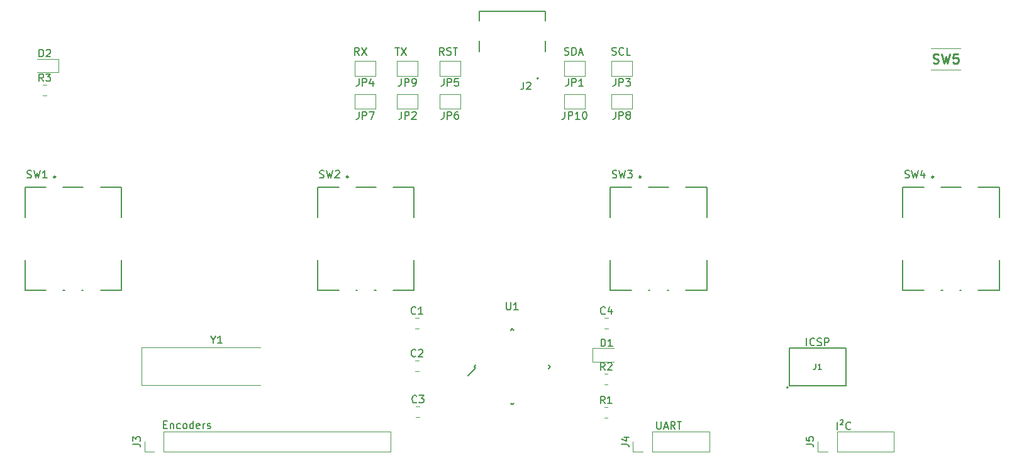
<source format=gbr>
%TF.GenerationSoftware,KiCad,Pcbnew,(5.1.10)-1*%
%TF.CreationDate,2021-08-23T16:24:53+02:00*%
%TF.ProjectId,Console,436f6e73-6f6c-4652-9e6b-696361645f70,v01*%
%TF.SameCoordinates,Original*%
%TF.FileFunction,Legend,Top*%
%TF.FilePolarity,Positive*%
%FSLAX46Y46*%
G04 Gerber Fmt 4.6, Leading zero omitted, Abs format (unit mm)*
G04 Created by KiCad (PCBNEW (5.1.10)-1) date 2021-08-23 16:24:53*
%MOMM*%
%LPD*%
G01*
G04 APERTURE LIST*
%ADD10C,0.150000*%
%ADD11C,0.120000*%
%ADD12C,0.127000*%
%ADD13C,0.200000*%
%ADD14C,0.100000*%
%ADD15C,0.250000*%
%ADD16C,0.254000*%
G04 APERTURE END LIST*
D10*
X99315642Y-120832571D02*
X99648976Y-120832571D01*
X99791833Y-121356380D02*
X99315642Y-121356380D01*
X99315642Y-120356380D01*
X99791833Y-120356380D01*
X100220404Y-120689714D02*
X100220404Y-121356380D01*
X100220404Y-120784952D02*
X100268023Y-120737333D01*
X100363261Y-120689714D01*
X100506119Y-120689714D01*
X100601357Y-120737333D01*
X100648976Y-120832571D01*
X100648976Y-121356380D01*
X101553738Y-121308761D02*
X101458500Y-121356380D01*
X101268023Y-121356380D01*
X101172785Y-121308761D01*
X101125166Y-121261142D01*
X101077547Y-121165904D01*
X101077547Y-120880190D01*
X101125166Y-120784952D01*
X101172785Y-120737333D01*
X101268023Y-120689714D01*
X101458500Y-120689714D01*
X101553738Y-120737333D01*
X102125166Y-121356380D02*
X102029928Y-121308761D01*
X101982309Y-121261142D01*
X101934690Y-121165904D01*
X101934690Y-120880190D01*
X101982309Y-120784952D01*
X102029928Y-120737333D01*
X102125166Y-120689714D01*
X102268023Y-120689714D01*
X102363261Y-120737333D01*
X102410880Y-120784952D01*
X102458499Y-120880190D01*
X102458499Y-121165904D01*
X102410880Y-121261142D01*
X102363261Y-121308761D01*
X102268023Y-121356380D01*
X102125166Y-121356380D01*
X103315642Y-121356380D02*
X103315642Y-120356380D01*
X103315642Y-121308761D02*
X103220404Y-121356380D01*
X103029928Y-121356380D01*
X102934690Y-121308761D01*
X102887071Y-121261142D01*
X102839452Y-121165904D01*
X102839452Y-120880190D01*
X102887071Y-120784952D01*
X102934690Y-120737333D01*
X103029928Y-120689714D01*
X103220404Y-120689714D01*
X103315642Y-120737333D01*
X104172785Y-121308761D02*
X104077547Y-121356380D01*
X103887071Y-121356380D01*
X103791833Y-121308761D01*
X103744214Y-121213523D01*
X103744214Y-120832571D01*
X103791833Y-120737333D01*
X103887071Y-120689714D01*
X104077547Y-120689714D01*
X104172785Y-120737333D01*
X104220404Y-120832571D01*
X104220404Y-120927809D01*
X103744214Y-121023047D01*
X104648976Y-121356380D02*
X104648976Y-120689714D01*
X104648976Y-120880190D02*
X104696595Y-120784952D01*
X104744214Y-120737333D01*
X104839452Y-120689714D01*
X104934690Y-120689714D01*
X105220404Y-121308761D02*
X105315642Y-121356380D01*
X105506119Y-121356380D01*
X105601357Y-121308761D01*
X105648976Y-121213523D01*
X105648976Y-121165904D01*
X105601357Y-121070666D01*
X105506119Y-121023047D01*
X105363261Y-121023047D01*
X105268023Y-120975428D01*
X105220404Y-120880190D01*
X105220404Y-120832571D01*
X105268023Y-120737333D01*
X105363261Y-120689714D01*
X105506119Y-120689714D01*
X105601357Y-120737333D01*
X165694261Y-120419880D02*
X165694261Y-121229404D01*
X165741880Y-121324642D01*
X165789500Y-121372261D01*
X165884738Y-121419880D01*
X166075214Y-121419880D01*
X166170452Y-121372261D01*
X166218071Y-121324642D01*
X166265690Y-121229404D01*
X166265690Y-120419880D01*
X166694261Y-121134166D02*
X167170452Y-121134166D01*
X166599023Y-121419880D02*
X166932357Y-120419880D01*
X167265690Y-121419880D01*
X168170452Y-121419880D02*
X167837119Y-120943690D01*
X167599023Y-121419880D02*
X167599023Y-120419880D01*
X167979976Y-120419880D01*
X168075214Y-120467500D01*
X168122833Y-120515119D01*
X168170452Y-120610357D01*
X168170452Y-120753214D01*
X168122833Y-120848452D01*
X168075214Y-120896071D01*
X167979976Y-120943690D01*
X167599023Y-120943690D01*
X168456166Y-120419880D02*
X169027595Y-120419880D01*
X168741880Y-121419880D02*
X168741880Y-120419880D01*
X189967047Y-121483380D02*
X189967047Y-120483380D01*
X190395619Y-120245285D02*
X190490857Y-120197666D01*
X190633714Y-120197666D01*
X190728952Y-120245285D01*
X190776571Y-120340523D01*
X190776571Y-120435761D01*
X190728952Y-120531000D01*
X190395619Y-120864333D01*
X190776571Y-120864333D01*
X191776571Y-121388142D02*
X191728952Y-121435761D01*
X191586095Y-121483380D01*
X191490857Y-121483380D01*
X191348000Y-121435761D01*
X191252761Y-121340523D01*
X191205142Y-121245285D01*
X191157523Y-121054809D01*
X191157523Y-120911952D01*
X191205142Y-120721476D01*
X191252761Y-120626238D01*
X191348000Y-120531000D01*
X191490857Y-120483380D01*
X191586095Y-120483380D01*
X191728952Y-120531000D01*
X191776571Y-120578619D01*
X137069580Y-71013580D02*
X136736247Y-70537390D01*
X136498152Y-71013580D02*
X136498152Y-70013580D01*
X136879104Y-70013580D01*
X136974342Y-70061200D01*
X137021961Y-70108819D01*
X137069580Y-70204057D01*
X137069580Y-70346914D01*
X137021961Y-70442152D01*
X136974342Y-70489771D01*
X136879104Y-70537390D01*
X136498152Y-70537390D01*
X137450533Y-70965961D02*
X137593390Y-71013580D01*
X137831485Y-71013580D01*
X137926723Y-70965961D01*
X137974342Y-70918342D01*
X138021961Y-70823104D01*
X138021961Y-70727866D01*
X137974342Y-70632628D01*
X137926723Y-70585009D01*
X137831485Y-70537390D01*
X137641009Y-70489771D01*
X137545771Y-70442152D01*
X137498152Y-70394533D01*
X137450533Y-70299295D01*
X137450533Y-70204057D01*
X137498152Y-70108819D01*
X137545771Y-70061200D01*
X137641009Y-70013580D01*
X137879104Y-70013580D01*
X138021961Y-70061200D01*
X138307676Y-70013580D02*
X138879104Y-70013580D01*
X138593390Y-71013580D02*
X138593390Y-70013580D01*
X130505295Y-70013580D02*
X131076723Y-70013580D01*
X130791009Y-71013580D02*
X130791009Y-70013580D01*
X131314819Y-70013580D02*
X131981485Y-71013580D01*
X131981485Y-70013580D02*
X131314819Y-71013580D01*
X125639533Y-71013580D02*
X125306200Y-70537390D01*
X125068104Y-71013580D02*
X125068104Y-70013580D01*
X125449057Y-70013580D01*
X125544295Y-70061200D01*
X125591914Y-70108819D01*
X125639533Y-70204057D01*
X125639533Y-70346914D01*
X125591914Y-70442152D01*
X125544295Y-70489771D01*
X125449057Y-70537390D01*
X125068104Y-70537390D01*
X125972866Y-70013580D02*
X126639533Y-71013580D01*
X126639533Y-70013580D02*
X125972866Y-71013580D01*
X159667723Y-70965961D02*
X159810580Y-71013580D01*
X160048676Y-71013580D01*
X160143914Y-70965961D01*
X160191533Y-70918342D01*
X160239152Y-70823104D01*
X160239152Y-70727866D01*
X160191533Y-70632628D01*
X160143914Y-70585009D01*
X160048676Y-70537390D01*
X159858200Y-70489771D01*
X159762961Y-70442152D01*
X159715342Y-70394533D01*
X159667723Y-70299295D01*
X159667723Y-70204057D01*
X159715342Y-70108819D01*
X159762961Y-70061200D01*
X159858200Y-70013580D01*
X160096295Y-70013580D01*
X160239152Y-70061200D01*
X161239152Y-70918342D02*
X161191533Y-70965961D01*
X161048676Y-71013580D01*
X160953438Y-71013580D01*
X160810580Y-70965961D01*
X160715342Y-70870723D01*
X160667723Y-70775485D01*
X160620104Y-70585009D01*
X160620104Y-70442152D01*
X160667723Y-70251676D01*
X160715342Y-70156438D01*
X160810580Y-70061200D01*
X160953438Y-70013580D01*
X161048676Y-70013580D01*
X161191533Y-70061200D01*
X161239152Y-70108819D01*
X162143914Y-71013580D02*
X161667723Y-71013580D01*
X161667723Y-70013580D01*
X153293914Y-70965961D02*
X153436771Y-71013580D01*
X153674866Y-71013580D01*
X153770104Y-70965961D01*
X153817723Y-70918342D01*
X153865342Y-70823104D01*
X153865342Y-70727866D01*
X153817723Y-70632628D01*
X153770104Y-70585009D01*
X153674866Y-70537390D01*
X153484390Y-70489771D01*
X153389152Y-70442152D01*
X153341533Y-70394533D01*
X153293914Y-70299295D01*
X153293914Y-70204057D01*
X153341533Y-70108819D01*
X153389152Y-70061200D01*
X153484390Y-70013580D01*
X153722485Y-70013580D01*
X153865342Y-70061200D01*
X154293914Y-71013580D02*
X154293914Y-70013580D01*
X154532009Y-70013580D01*
X154674866Y-70061200D01*
X154770104Y-70156438D01*
X154817723Y-70251676D01*
X154865342Y-70442152D01*
X154865342Y-70585009D01*
X154817723Y-70775485D01*
X154770104Y-70870723D01*
X154674866Y-70965961D01*
X154532009Y-71013580D01*
X154293914Y-71013580D01*
X155246295Y-70727866D02*
X155722485Y-70727866D01*
X155151057Y-71013580D02*
X155484390Y-70013580D01*
X155817723Y-71013580D01*
D11*
%TO.C,C1*%
X133152748Y-107923000D02*
X133675252Y-107923000D01*
X133152748Y-106453000D02*
X133675252Y-106453000D01*
%TO.C,JP8*%
X159585000Y-76292200D02*
X162385000Y-76292200D01*
X162385000Y-76292200D02*
X162385000Y-78292200D01*
X162385000Y-78292200D02*
X159585000Y-78292200D01*
X159585000Y-78292200D02*
X159585000Y-76292200D01*
D12*
%TO.C,J1*%
X183546000Y-110490000D02*
X191166000Y-110490000D01*
X191166000Y-110490000D02*
X191166000Y-115570000D01*
X191166000Y-115570000D02*
X183546000Y-115570000D01*
X183546000Y-115570000D02*
X183546000Y-110490000D01*
D13*
X183392000Y-115824000D02*
G75*
G03*
X183392000Y-115824000I-100000J0D01*
G01*
D11*
%TO.C,C2*%
X133152748Y-112169000D02*
X133675252Y-112169000D01*
X133152748Y-113639000D02*
X133675252Y-113639000D01*
D14*
%TO.C,SW5*%
X202644000Y-70114500D02*
X206544000Y-70114500D01*
X202644000Y-73014500D02*
X206544000Y-73014500D01*
D11*
%TO.C,R2*%
X158649936Y-115417000D02*
X159104064Y-115417000D01*
X158649936Y-113947000D02*
X159104064Y-113947000D01*
%TO.C,J4*%
X172780000Y-124456000D02*
X172780000Y-121796000D01*
X165100000Y-124456000D02*
X172780000Y-124456000D01*
X165100000Y-121796000D02*
X172780000Y-121796000D01*
X165100000Y-124456000D02*
X165100000Y-121796000D01*
X163830000Y-124456000D02*
X162500000Y-124456000D01*
X162500000Y-124456000D02*
X162500000Y-123126000D01*
%TO.C,JP1*%
X156035000Y-71847200D02*
X156035000Y-73847200D01*
X153235000Y-71847200D02*
X156035000Y-71847200D01*
X153235000Y-73847200D02*
X153235000Y-71847200D01*
X156035000Y-73847200D02*
X153235000Y-73847200D01*
%TO.C,JP3*%
X162385000Y-73847200D02*
X159585000Y-73847200D01*
X159585000Y-73847200D02*
X159585000Y-71847200D01*
X159585000Y-71847200D02*
X162385000Y-71847200D01*
X162385000Y-71847200D02*
X162385000Y-73847200D01*
%TO.C,JP10*%
X153235000Y-76292200D02*
X156035000Y-76292200D01*
X156035000Y-76292200D02*
X156035000Y-78292200D01*
X156035000Y-78292200D02*
X153235000Y-78292200D01*
X153235000Y-78292200D02*
X153235000Y-76292200D01*
%TO.C,JP2*%
X130756000Y-78292200D02*
X130756000Y-76292200D01*
X133556000Y-78292200D02*
X130756000Y-78292200D01*
X133556000Y-76292200D02*
X133556000Y-78292200D01*
X130756000Y-76292200D02*
X133556000Y-76292200D01*
%TO.C,JP9*%
X133541000Y-71847200D02*
X133541000Y-73847200D01*
X130741000Y-71847200D02*
X133541000Y-71847200D01*
X130741000Y-73847200D02*
X130741000Y-71847200D01*
X133541000Y-73847200D02*
X130741000Y-73847200D01*
%TO.C,D1*%
X157055000Y-112352000D02*
X159940000Y-112352000D01*
X157055000Y-110532000D02*
X157055000Y-112352000D01*
X159940000Y-110532000D02*
X157055000Y-110532000D01*
%TO.C,J3*%
X129887000Y-124456000D02*
X129887000Y-121796000D01*
X99347000Y-124456000D02*
X129887000Y-124456000D01*
X99347000Y-121796000D02*
X129887000Y-121796000D01*
X99347000Y-124456000D02*
X99347000Y-121796000D01*
X98077000Y-124456000D02*
X96747000Y-124456000D01*
X96747000Y-124456000D02*
X96747000Y-123126000D01*
%TO.C,J5*%
X197639000Y-124456000D02*
X197639000Y-121796000D01*
X189959000Y-124456000D02*
X197639000Y-124456000D01*
X189959000Y-121796000D02*
X197639000Y-121796000D01*
X189959000Y-124456000D02*
X189959000Y-121796000D01*
X188689000Y-124456000D02*
X187359000Y-124456000D01*
X187359000Y-124456000D02*
X187359000Y-123126000D01*
D10*
%TO.C,SW1*%
X80655000Y-88823800D02*
X83505000Y-88823800D01*
X85805000Y-88823800D02*
X88505000Y-88823800D01*
X90805000Y-88823800D02*
X93655000Y-88823800D01*
X93655000Y-102723800D02*
X93655000Y-98648800D01*
X93655000Y-92898800D02*
X93655000Y-88823800D01*
X80655000Y-102723800D02*
X83505000Y-102723800D01*
X85805000Y-102723800D02*
X86005000Y-102723800D01*
X88305000Y-102723800D02*
X88505000Y-102723800D01*
X90805000Y-102723800D02*
X93655000Y-102723800D01*
X80655000Y-102723800D02*
X80655000Y-98648800D01*
X80655000Y-92898800D02*
X80655000Y-88823800D01*
D15*
X84780000Y-87448800D02*
G75*
G03*
X84780000Y-87448800I-125000J0D01*
G01*
D11*
%TO.C,Y1*%
X112359000Y-110416000D02*
X96384000Y-110416000D01*
X96384000Y-110416000D02*
X96384000Y-115516000D01*
X96384000Y-115516000D02*
X112359000Y-115516000D01*
D12*
%TO.C,J2*%
X150723000Y-70577200D02*
X150723000Y-69137200D01*
X141783000Y-70577200D02*
X141783000Y-69137200D01*
X141783000Y-66397200D02*
X141783000Y-65167200D01*
X141783000Y-65167200D02*
X150723000Y-65167200D01*
X150723000Y-65167200D02*
X150723000Y-66397200D01*
D13*
X149753000Y-74167200D02*
G75*
G03*
X149753000Y-74167200I-100000J0D01*
G01*
D11*
%TO.C,C3*%
X133278748Y-119861000D02*
X133801252Y-119861000D01*
X133278748Y-118391000D02*
X133801252Y-118391000D01*
%TO.C,JP4*%
X125041000Y-71847200D02*
X127841000Y-71847200D01*
X127841000Y-71847200D02*
X127841000Y-73847200D01*
X127841000Y-73847200D02*
X125041000Y-73847200D01*
X125041000Y-73847200D02*
X125041000Y-71847200D01*
%TO.C,R1*%
X158649936Y-119925000D02*
X159104064Y-119925000D01*
X158649936Y-118455000D02*
X159104064Y-118455000D01*
%TO.C,JP5*%
X139271000Y-71847200D02*
X139271000Y-73847200D01*
X136471000Y-71847200D02*
X139271000Y-71847200D01*
X136471000Y-73847200D02*
X136471000Y-71847200D01*
X139271000Y-73847200D02*
X136471000Y-73847200D01*
%TO.C,JP6*%
X136471000Y-76292200D02*
X139271000Y-76292200D01*
X139271000Y-76292200D02*
X139271000Y-78292200D01*
X139271000Y-78292200D02*
X136471000Y-78292200D01*
X136471000Y-78292200D02*
X136471000Y-76292200D01*
%TO.C,JP7*%
X127841000Y-78292200D02*
X125041000Y-78292200D01*
X125041000Y-78292200D02*
X125041000Y-76292200D01*
X125041000Y-76292200D02*
X127841000Y-76292200D01*
X127841000Y-76292200D02*
X127841000Y-78292200D01*
D10*
%TO.C,U1*%
X141113476Y-113030000D02*
X141272575Y-113189099D01*
X146240000Y-107903476D02*
X146469810Y-108133286D01*
X151366524Y-113030000D02*
X151136714Y-112800190D01*
X146240000Y-118156524D02*
X146010190Y-117926714D01*
X141113476Y-113030000D02*
X141343286Y-112800190D01*
X146240000Y-118156524D02*
X146469810Y-117926714D01*
X151366524Y-113030000D02*
X151136714Y-113259810D01*
X146240000Y-107903476D02*
X146010190Y-108133286D01*
X141272575Y-113189099D02*
X140264948Y-114196726D01*
D15*
%TO.C,SW2*%
X124170000Y-87448800D02*
G75*
G03*
X124170000Y-87448800I-125000J0D01*
G01*
D10*
X120045000Y-92898800D02*
X120045000Y-88823800D01*
X120045000Y-102723800D02*
X120045000Y-98648800D01*
X130195000Y-102723800D02*
X133045000Y-102723800D01*
X127695000Y-102723800D02*
X127895000Y-102723800D01*
X125195000Y-102723800D02*
X125395000Y-102723800D01*
X120045000Y-102723800D02*
X122895000Y-102723800D01*
X133045000Y-92898800D02*
X133045000Y-88823800D01*
X133045000Y-102723800D02*
X133045000Y-98648800D01*
X130195000Y-88823800D02*
X133045000Y-88823800D01*
X125195000Y-88823800D02*
X127895000Y-88823800D01*
X120045000Y-88823800D02*
X122895000Y-88823800D01*
D11*
%TO.C,D2*%
X82314000Y-73363500D02*
X85199000Y-73363500D01*
X85199000Y-73363500D02*
X85199000Y-71543500D01*
X85199000Y-71543500D02*
X82314000Y-71543500D01*
%TO.C,R3*%
X83541064Y-76490500D02*
X83086936Y-76490500D01*
X83541064Y-75020500D02*
X83086936Y-75020500D01*
D10*
%TO.C,SW3*%
X159436000Y-88823800D02*
X162286000Y-88823800D01*
X164586000Y-88823800D02*
X167286000Y-88823800D01*
X169586000Y-88823800D02*
X172436000Y-88823800D01*
X172436000Y-102723800D02*
X172436000Y-98648800D01*
X172436000Y-92898800D02*
X172436000Y-88823800D01*
X159436000Y-102723800D02*
X162286000Y-102723800D01*
X164586000Y-102723800D02*
X164786000Y-102723800D01*
X167086000Y-102723800D02*
X167286000Y-102723800D01*
X169586000Y-102723800D02*
X172436000Y-102723800D01*
X159436000Y-102723800D02*
X159436000Y-98648800D01*
X159436000Y-92898800D02*
X159436000Y-88823800D01*
D15*
X163561000Y-87448800D02*
G75*
G03*
X163561000Y-87448800I-125000J0D01*
G01*
%TO.C,SW4*%
X202951000Y-87448800D02*
G75*
G03*
X202951000Y-87448800I-125000J0D01*
G01*
D10*
X198826000Y-92898800D02*
X198826000Y-88823800D01*
X198826000Y-102723800D02*
X198826000Y-98648800D01*
X208976000Y-102723800D02*
X211826000Y-102723800D01*
X206476000Y-102723800D02*
X206676000Y-102723800D01*
X203976000Y-102723800D02*
X204176000Y-102723800D01*
X198826000Y-102723800D02*
X201676000Y-102723800D01*
X211826000Y-92898800D02*
X211826000Y-88823800D01*
X211826000Y-102723800D02*
X211826000Y-98648800D01*
X208976000Y-88823800D02*
X211826000Y-88823800D01*
X203976000Y-88823800D02*
X206676000Y-88823800D01*
X198826000Y-88823800D02*
X201676000Y-88823800D01*
D11*
%TO.C,C4*%
X158657748Y-106453000D02*
X159180252Y-106453000D01*
X158657748Y-107923000D02*
X159180252Y-107923000D01*
%TO.C,C1*%
D10*
X133247333Y-105865142D02*
X133199714Y-105912761D01*
X133056857Y-105960380D01*
X132961619Y-105960380D01*
X132818761Y-105912761D01*
X132723523Y-105817523D01*
X132675904Y-105722285D01*
X132628285Y-105531809D01*
X132628285Y-105388952D01*
X132675904Y-105198476D01*
X132723523Y-105103238D01*
X132818761Y-105008000D01*
X132961619Y-104960380D01*
X133056857Y-104960380D01*
X133199714Y-105008000D01*
X133247333Y-105055619D01*
X134199714Y-105960380D02*
X133628285Y-105960380D01*
X133914000Y-105960380D02*
X133914000Y-104960380D01*
X133818761Y-105103238D01*
X133723523Y-105198476D01*
X133628285Y-105246095D01*
%TO.C,JP8*%
X160151666Y-78649580D02*
X160151666Y-79363866D01*
X160104047Y-79506723D01*
X160008809Y-79601961D01*
X159865952Y-79649580D01*
X159770714Y-79649580D01*
X160627857Y-79649580D02*
X160627857Y-78649580D01*
X161008809Y-78649580D01*
X161104047Y-78697200D01*
X161151666Y-78744819D01*
X161199285Y-78840057D01*
X161199285Y-78982914D01*
X161151666Y-79078152D01*
X161104047Y-79125771D01*
X161008809Y-79173390D01*
X160627857Y-79173390D01*
X161770714Y-79078152D02*
X161675476Y-79030533D01*
X161627857Y-78982914D01*
X161580238Y-78887676D01*
X161580238Y-78840057D01*
X161627857Y-78744819D01*
X161675476Y-78697200D01*
X161770714Y-78649580D01*
X161961190Y-78649580D01*
X162056428Y-78697200D01*
X162104047Y-78744819D01*
X162151666Y-78840057D01*
X162151666Y-78887676D01*
X162104047Y-78982914D01*
X162056428Y-79030533D01*
X161961190Y-79078152D01*
X161770714Y-79078152D01*
X161675476Y-79125771D01*
X161627857Y-79173390D01*
X161580238Y-79268628D01*
X161580238Y-79459104D01*
X161627857Y-79554342D01*
X161675476Y-79601961D01*
X161770714Y-79649580D01*
X161961190Y-79649580D01*
X162056428Y-79601961D01*
X162104047Y-79554342D01*
X162151666Y-79459104D01*
X162151666Y-79268628D01*
X162104047Y-79173390D01*
X162056428Y-79125771D01*
X161961190Y-79078152D01*
%TO.C,J1*%
X187093532Y-112598803D02*
X187093532Y-113161233D01*
X187056037Y-113273719D01*
X186981046Y-113348710D01*
X186868560Y-113386205D01*
X186793570Y-113386205D01*
X187880934Y-113386205D02*
X187430990Y-113386205D01*
X187655962Y-113386205D02*
X187655962Y-112598803D01*
X187580972Y-112711289D01*
X187505981Y-112786280D01*
X187430990Y-112823775D01*
X185879809Y-110180380D02*
X185879809Y-109180380D01*
X186927428Y-110085142D02*
X186879809Y-110132761D01*
X186736952Y-110180380D01*
X186641714Y-110180380D01*
X186498857Y-110132761D01*
X186403619Y-110037523D01*
X186356000Y-109942285D01*
X186308380Y-109751809D01*
X186308380Y-109608952D01*
X186356000Y-109418476D01*
X186403619Y-109323238D01*
X186498857Y-109228000D01*
X186641714Y-109180380D01*
X186736952Y-109180380D01*
X186879809Y-109228000D01*
X186927428Y-109275619D01*
X187308380Y-110132761D02*
X187451238Y-110180380D01*
X187689333Y-110180380D01*
X187784571Y-110132761D01*
X187832190Y-110085142D01*
X187879809Y-109989904D01*
X187879809Y-109894666D01*
X187832190Y-109799428D01*
X187784571Y-109751809D01*
X187689333Y-109704190D01*
X187498857Y-109656571D01*
X187403619Y-109608952D01*
X187356000Y-109561333D01*
X187308380Y-109466095D01*
X187308380Y-109370857D01*
X187356000Y-109275619D01*
X187403619Y-109228000D01*
X187498857Y-109180380D01*
X187736952Y-109180380D01*
X187879809Y-109228000D01*
X188308380Y-110180380D02*
X188308380Y-109180380D01*
X188689333Y-109180380D01*
X188784571Y-109228000D01*
X188832190Y-109275619D01*
X188879809Y-109370857D01*
X188879809Y-109513714D01*
X188832190Y-109608952D01*
X188784571Y-109656571D01*
X188689333Y-109704190D01*
X188308380Y-109704190D01*
%TO.C,C2*%
X133247333Y-111581142D02*
X133199714Y-111628761D01*
X133056857Y-111676380D01*
X132961619Y-111676380D01*
X132818761Y-111628761D01*
X132723523Y-111533523D01*
X132675904Y-111438285D01*
X132628285Y-111247809D01*
X132628285Y-111104952D01*
X132675904Y-110914476D01*
X132723523Y-110819238D01*
X132818761Y-110724000D01*
X132961619Y-110676380D01*
X133056857Y-110676380D01*
X133199714Y-110724000D01*
X133247333Y-110771619D01*
X133628285Y-110771619D02*
X133675904Y-110724000D01*
X133771142Y-110676380D01*
X134009238Y-110676380D01*
X134104476Y-110724000D01*
X134152095Y-110771619D01*
X134199714Y-110866857D01*
X134199714Y-110962095D01*
X134152095Y-111104952D01*
X133580666Y-111676380D01*
X134199714Y-111676380D01*
%TO.C,SW5*%
D16*
X202900666Y-72078547D02*
X203082095Y-72139023D01*
X203384476Y-72139023D01*
X203505428Y-72078547D01*
X203565904Y-72018071D01*
X203626380Y-71897119D01*
X203626380Y-71776166D01*
X203565904Y-71655214D01*
X203505428Y-71594738D01*
X203384476Y-71534261D01*
X203142571Y-71473785D01*
X203021619Y-71413309D01*
X202961142Y-71352833D01*
X202900666Y-71231880D01*
X202900666Y-71110928D01*
X202961142Y-70989976D01*
X203021619Y-70929500D01*
X203142571Y-70869023D01*
X203444952Y-70869023D01*
X203626380Y-70929500D01*
X204049714Y-70869023D02*
X204352095Y-72139023D01*
X204594000Y-71231880D01*
X204835904Y-72139023D01*
X205138285Y-70869023D01*
X206226857Y-70869023D02*
X205622095Y-70869023D01*
X205561619Y-71473785D01*
X205622095Y-71413309D01*
X205743047Y-71352833D01*
X206045428Y-71352833D01*
X206166380Y-71413309D01*
X206226857Y-71473785D01*
X206287333Y-71594738D01*
X206287333Y-71897119D01*
X206226857Y-72018071D01*
X206166380Y-72078547D01*
X206045428Y-72139023D01*
X205743047Y-72139023D01*
X205622095Y-72078547D01*
X205561619Y-72018071D01*
%TO.C,R2*%
D10*
X158710333Y-113484380D02*
X158377000Y-113008190D01*
X158138904Y-113484380D02*
X158138904Y-112484380D01*
X158519857Y-112484380D01*
X158615095Y-112532000D01*
X158662714Y-112579619D01*
X158710333Y-112674857D01*
X158710333Y-112817714D01*
X158662714Y-112912952D01*
X158615095Y-112960571D01*
X158519857Y-113008190D01*
X158138904Y-113008190D01*
X159091285Y-112579619D02*
X159138904Y-112532000D01*
X159234142Y-112484380D01*
X159472238Y-112484380D01*
X159567476Y-112532000D01*
X159615095Y-112579619D01*
X159662714Y-112674857D01*
X159662714Y-112770095D01*
X159615095Y-112912952D01*
X159043666Y-113484380D01*
X159662714Y-113484380D01*
%TO.C,J4*%
X160952380Y-123459333D02*
X161666666Y-123459333D01*
X161809523Y-123506952D01*
X161904761Y-123602190D01*
X161952380Y-123745047D01*
X161952380Y-123840285D01*
X161285714Y-122554571D02*
X161952380Y-122554571D01*
X160904761Y-122792666D02*
X161619047Y-123030761D01*
X161619047Y-122411714D01*
%TO.C,JP1*%
X153801666Y-74204580D02*
X153801666Y-74918866D01*
X153754047Y-75061723D01*
X153658809Y-75156961D01*
X153515952Y-75204580D01*
X153420714Y-75204580D01*
X154277857Y-75204580D02*
X154277857Y-74204580D01*
X154658809Y-74204580D01*
X154754047Y-74252200D01*
X154801666Y-74299819D01*
X154849285Y-74395057D01*
X154849285Y-74537914D01*
X154801666Y-74633152D01*
X154754047Y-74680771D01*
X154658809Y-74728390D01*
X154277857Y-74728390D01*
X155801666Y-75204580D02*
X155230238Y-75204580D01*
X155515952Y-75204580D02*
X155515952Y-74204580D01*
X155420714Y-74347438D01*
X155325476Y-74442676D01*
X155230238Y-74490295D01*
%TO.C,JP3*%
X160151666Y-74204580D02*
X160151666Y-74918866D01*
X160104047Y-75061723D01*
X160008809Y-75156961D01*
X159865952Y-75204580D01*
X159770714Y-75204580D01*
X160627857Y-75204580D02*
X160627857Y-74204580D01*
X161008809Y-74204580D01*
X161104047Y-74252200D01*
X161151666Y-74299819D01*
X161199285Y-74395057D01*
X161199285Y-74537914D01*
X161151666Y-74633152D01*
X161104047Y-74680771D01*
X161008809Y-74728390D01*
X160627857Y-74728390D01*
X161532619Y-74204580D02*
X162151666Y-74204580D01*
X161818333Y-74585533D01*
X161961190Y-74585533D01*
X162056428Y-74633152D01*
X162104047Y-74680771D01*
X162151666Y-74776009D01*
X162151666Y-75014104D01*
X162104047Y-75109342D01*
X162056428Y-75156961D01*
X161961190Y-75204580D01*
X161675476Y-75204580D01*
X161580238Y-75156961D01*
X161532619Y-75109342D01*
%TO.C,JP10*%
X153325476Y-78649580D02*
X153325476Y-79363866D01*
X153277857Y-79506723D01*
X153182619Y-79601961D01*
X153039761Y-79649580D01*
X152944523Y-79649580D01*
X153801666Y-79649580D02*
X153801666Y-78649580D01*
X154182619Y-78649580D01*
X154277857Y-78697200D01*
X154325476Y-78744819D01*
X154373095Y-78840057D01*
X154373095Y-78982914D01*
X154325476Y-79078152D01*
X154277857Y-79125771D01*
X154182619Y-79173390D01*
X153801666Y-79173390D01*
X155325476Y-79649580D02*
X154754047Y-79649580D01*
X155039761Y-79649580D02*
X155039761Y-78649580D01*
X154944523Y-78792438D01*
X154849285Y-78887676D01*
X154754047Y-78935295D01*
X155944523Y-78649580D02*
X156039761Y-78649580D01*
X156135000Y-78697200D01*
X156182619Y-78744819D01*
X156230238Y-78840057D01*
X156277857Y-79030533D01*
X156277857Y-79268628D01*
X156230238Y-79459104D01*
X156182619Y-79554342D01*
X156135000Y-79601961D01*
X156039761Y-79649580D01*
X155944523Y-79649580D01*
X155849285Y-79601961D01*
X155801666Y-79554342D01*
X155754047Y-79459104D01*
X155706428Y-79268628D01*
X155706428Y-79030533D01*
X155754047Y-78840057D01*
X155801666Y-78744819D01*
X155849285Y-78697200D01*
X155944523Y-78649580D01*
%TO.C,JP2*%
X131322666Y-78649580D02*
X131322666Y-79363866D01*
X131275047Y-79506723D01*
X131179809Y-79601961D01*
X131036952Y-79649580D01*
X130941714Y-79649580D01*
X131798857Y-79649580D02*
X131798857Y-78649580D01*
X132179809Y-78649580D01*
X132275047Y-78697200D01*
X132322666Y-78744819D01*
X132370285Y-78840057D01*
X132370285Y-78982914D01*
X132322666Y-79078152D01*
X132275047Y-79125771D01*
X132179809Y-79173390D01*
X131798857Y-79173390D01*
X132751238Y-78744819D02*
X132798857Y-78697200D01*
X132894095Y-78649580D01*
X133132190Y-78649580D01*
X133227428Y-78697200D01*
X133275047Y-78744819D01*
X133322666Y-78840057D01*
X133322666Y-78935295D01*
X133275047Y-79078152D01*
X132703619Y-79649580D01*
X133322666Y-79649580D01*
%TO.C,JP9*%
X131307666Y-74204580D02*
X131307666Y-74918866D01*
X131260047Y-75061723D01*
X131164809Y-75156961D01*
X131021952Y-75204580D01*
X130926714Y-75204580D01*
X131783857Y-75204580D02*
X131783857Y-74204580D01*
X132164809Y-74204580D01*
X132260047Y-74252200D01*
X132307666Y-74299819D01*
X132355285Y-74395057D01*
X132355285Y-74537914D01*
X132307666Y-74633152D01*
X132260047Y-74680771D01*
X132164809Y-74728390D01*
X131783857Y-74728390D01*
X132831476Y-75204580D02*
X133021952Y-75204580D01*
X133117190Y-75156961D01*
X133164809Y-75109342D01*
X133260047Y-74966485D01*
X133307666Y-74776009D01*
X133307666Y-74395057D01*
X133260047Y-74299819D01*
X133212428Y-74252200D01*
X133117190Y-74204580D01*
X132926714Y-74204580D01*
X132831476Y-74252200D01*
X132783857Y-74299819D01*
X132736238Y-74395057D01*
X132736238Y-74633152D01*
X132783857Y-74728390D01*
X132831476Y-74776009D01*
X132926714Y-74823628D01*
X133117190Y-74823628D01*
X133212428Y-74776009D01*
X133260047Y-74728390D01*
X133307666Y-74633152D01*
%TO.C,D1*%
X158201904Y-110294380D02*
X158201904Y-109294380D01*
X158440000Y-109294380D01*
X158582857Y-109342000D01*
X158678095Y-109437238D01*
X158725714Y-109532476D01*
X158773333Y-109722952D01*
X158773333Y-109865809D01*
X158725714Y-110056285D01*
X158678095Y-110151523D01*
X158582857Y-110246761D01*
X158440000Y-110294380D01*
X158201904Y-110294380D01*
X159725714Y-110294380D02*
X159154285Y-110294380D01*
X159440000Y-110294380D02*
X159440000Y-109294380D01*
X159344761Y-109437238D01*
X159249523Y-109532476D01*
X159154285Y-109580095D01*
%TO.C,J3*%
X95199380Y-123459333D02*
X95913666Y-123459333D01*
X96056523Y-123506952D01*
X96151761Y-123602190D01*
X96199380Y-123745047D01*
X96199380Y-123840285D01*
X95199380Y-123078380D02*
X95199380Y-122459333D01*
X95580333Y-122792666D01*
X95580333Y-122649809D01*
X95627952Y-122554571D01*
X95675571Y-122506952D01*
X95770809Y-122459333D01*
X96008904Y-122459333D01*
X96104142Y-122506952D01*
X96151761Y-122554571D01*
X96199380Y-122649809D01*
X96199380Y-122935523D01*
X96151761Y-123030761D01*
X96104142Y-123078380D01*
%TO.C,J5*%
X185811380Y-123459333D02*
X186525666Y-123459333D01*
X186668523Y-123506952D01*
X186763761Y-123602190D01*
X186811380Y-123745047D01*
X186811380Y-123840285D01*
X185811380Y-122506952D02*
X185811380Y-122983142D01*
X186287571Y-123030761D01*
X186239952Y-122983142D01*
X186192333Y-122887904D01*
X186192333Y-122649809D01*
X186239952Y-122554571D01*
X186287571Y-122506952D01*
X186382809Y-122459333D01*
X186620904Y-122459333D01*
X186716142Y-122506952D01*
X186763761Y-122554571D01*
X186811380Y-122649809D01*
X186811380Y-122887904D01*
X186763761Y-122983142D01*
X186716142Y-123030761D01*
%TO.C,SW1*%
X80942976Y-87528561D02*
X81085833Y-87576180D01*
X81323928Y-87576180D01*
X81419166Y-87528561D01*
X81466785Y-87480942D01*
X81514404Y-87385704D01*
X81514404Y-87290466D01*
X81466785Y-87195228D01*
X81419166Y-87147609D01*
X81323928Y-87099990D01*
X81133452Y-87052371D01*
X81038214Y-87004752D01*
X80990595Y-86957133D01*
X80942976Y-86861895D01*
X80942976Y-86766657D01*
X80990595Y-86671419D01*
X81038214Y-86623800D01*
X81133452Y-86576180D01*
X81371547Y-86576180D01*
X81514404Y-86623800D01*
X81847738Y-86576180D02*
X82085833Y-87576180D01*
X82276309Y-86861895D01*
X82466785Y-87576180D01*
X82704880Y-86576180D01*
X83609642Y-87576180D02*
X83038214Y-87576180D01*
X83323928Y-87576180D02*
X83323928Y-86576180D01*
X83228690Y-86719038D01*
X83133452Y-86814276D01*
X83038214Y-86861895D01*
%TO.C,Y1*%
X105982809Y-109392190D02*
X105982809Y-109868380D01*
X105649476Y-108868380D02*
X105982809Y-109392190D01*
X106316142Y-108868380D01*
X107173285Y-109868380D02*
X106601857Y-109868380D01*
X106887571Y-109868380D02*
X106887571Y-108868380D01*
X106792333Y-109011238D01*
X106697095Y-109106476D01*
X106601857Y-109154095D01*
%TO.C,J2*%
X147744666Y-74654580D02*
X147744666Y-75368866D01*
X147697047Y-75511723D01*
X147601809Y-75606961D01*
X147458952Y-75654580D01*
X147363714Y-75654580D01*
X148173238Y-74749819D02*
X148220857Y-74702200D01*
X148316095Y-74654580D01*
X148554190Y-74654580D01*
X148649428Y-74702200D01*
X148697047Y-74749819D01*
X148744666Y-74845057D01*
X148744666Y-74940295D01*
X148697047Y-75083152D01*
X148125619Y-75654580D01*
X148744666Y-75654580D01*
%TO.C,C3*%
X133373333Y-117803142D02*
X133325714Y-117850761D01*
X133182857Y-117898380D01*
X133087619Y-117898380D01*
X132944761Y-117850761D01*
X132849523Y-117755523D01*
X132801904Y-117660285D01*
X132754285Y-117469809D01*
X132754285Y-117326952D01*
X132801904Y-117136476D01*
X132849523Y-117041238D01*
X132944761Y-116946000D01*
X133087619Y-116898380D01*
X133182857Y-116898380D01*
X133325714Y-116946000D01*
X133373333Y-116993619D01*
X133706666Y-116898380D02*
X134325714Y-116898380D01*
X133992380Y-117279333D01*
X134135238Y-117279333D01*
X134230476Y-117326952D01*
X134278095Y-117374571D01*
X134325714Y-117469809D01*
X134325714Y-117707904D01*
X134278095Y-117803142D01*
X134230476Y-117850761D01*
X134135238Y-117898380D01*
X133849523Y-117898380D01*
X133754285Y-117850761D01*
X133706666Y-117803142D01*
%TO.C,JP4*%
X125607666Y-74204580D02*
X125607666Y-74918866D01*
X125560047Y-75061723D01*
X125464809Y-75156961D01*
X125321952Y-75204580D01*
X125226714Y-75204580D01*
X126083857Y-75204580D02*
X126083857Y-74204580D01*
X126464809Y-74204580D01*
X126560047Y-74252200D01*
X126607666Y-74299819D01*
X126655285Y-74395057D01*
X126655285Y-74537914D01*
X126607666Y-74633152D01*
X126560047Y-74680771D01*
X126464809Y-74728390D01*
X126083857Y-74728390D01*
X127512428Y-74537914D02*
X127512428Y-75204580D01*
X127274333Y-74156961D02*
X127036238Y-74871247D01*
X127655285Y-74871247D01*
%TO.C,R1*%
X158710333Y-117992380D02*
X158377000Y-117516190D01*
X158138904Y-117992380D02*
X158138904Y-116992380D01*
X158519857Y-116992380D01*
X158615095Y-117040000D01*
X158662714Y-117087619D01*
X158710333Y-117182857D01*
X158710333Y-117325714D01*
X158662714Y-117420952D01*
X158615095Y-117468571D01*
X158519857Y-117516190D01*
X158138904Y-117516190D01*
X159662714Y-117992380D02*
X159091285Y-117992380D01*
X159377000Y-117992380D02*
X159377000Y-116992380D01*
X159281761Y-117135238D01*
X159186523Y-117230476D01*
X159091285Y-117278095D01*
%TO.C,JP5*%
X137037666Y-74204580D02*
X137037666Y-74918866D01*
X136990047Y-75061723D01*
X136894809Y-75156961D01*
X136751952Y-75204580D01*
X136656714Y-75204580D01*
X137513857Y-75204580D02*
X137513857Y-74204580D01*
X137894809Y-74204580D01*
X137990047Y-74252200D01*
X138037666Y-74299819D01*
X138085285Y-74395057D01*
X138085285Y-74537914D01*
X138037666Y-74633152D01*
X137990047Y-74680771D01*
X137894809Y-74728390D01*
X137513857Y-74728390D01*
X138990047Y-74204580D02*
X138513857Y-74204580D01*
X138466238Y-74680771D01*
X138513857Y-74633152D01*
X138609095Y-74585533D01*
X138847190Y-74585533D01*
X138942428Y-74633152D01*
X138990047Y-74680771D01*
X139037666Y-74776009D01*
X139037666Y-75014104D01*
X138990047Y-75109342D01*
X138942428Y-75156961D01*
X138847190Y-75204580D01*
X138609095Y-75204580D01*
X138513857Y-75156961D01*
X138466238Y-75109342D01*
%TO.C,JP6*%
X137037666Y-78649580D02*
X137037666Y-79363866D01*
X136990047Y-79506723D01*
X136894809Y-79601961D01*
X136751952Y-79649580D01*
X136656714Y-79649580D01*
X137513857Y-79649580D02*
X137513857Y-78649580D01*
X137894809Y-78649580D01*
X137990047Y-78697200D01*
X138037666Y-78744819D01*
X138085285Y-78840057D01*
X138085285Y-78982914D01*
X138037666Y-79078152D01*
X137990047Y-79125771D01*
X137894809Y-79173390D01*
X137513857Y-79173390D01*
X138942428Y-78649580D02*
X138751952Y-78649580D01*
X138656714Y-78697200D01*
X138609095Y-78744819D01*
X138513857Y-78887676D01*
X138466238Y-79078152D01*
X138466238Y-79459104D01*
X138513857Y-79554342D01*
X138561476Y-79601961D01*
X138656714Y-79649580D01*
X138847190Y-79649580D01*
X138942428Y-79601961D01*
X138990047Y-79554342D01*
X139037666Y-79459104D01*
X139037666Y-79221009D01*
X138990047Y-79125771D01*
X138942428Y-79078152D01*
X138847190Y-79030533D01*
X138656714Y-79030533D01*
X138561476Y-79078152D01*
X138513857Y-79125771D01*
X138466238Y-79221009D01*
%TO.C,JP7*%
X125607666Y-78649580D02*
X125607666Y-79363866D01*
X125560047Y-79506723D01*
X125464809Y-79601961D01*
X125321952Y-79649580D01*
X125226714Y-79649580D01*
X126083857Y-79649580D02*
X126083857Y-78649580D01*
X126464809Y-78649580D01*
X126560047Y-78697200D01*
X126607666Y-78744819D01*
X126655285Y-78840057D01*
X126655285Y-78982914D01*
X126607666Y-79078152D01*
X126560047Y-79125771D01*
X126464809Y-79173390D01*
X126083857Y-79173390D01*
X126988619Y-78649580D02*
X127655285Y-78649580D01*
X127226714Y-79649580D01*
%TO.C,U1*%
X145478095Y-104354380D02*
X145478095Y-105163904D01*
X145525714Y-105259142D01*
X145573333Y-105306761D01*
X145668571Y-105354380D01*
X145859047Y-105354380D01*
X145954285Y-105306761D01*
X146001904Y-105259142D01*
X146049523Y-105163904D01*
X146049523Y-104354380D01*
X147049523Y-105354380D02*
X146478095Y-105354380D01*
X146763809Y-105354380D02*
X146763809Y-104354380D01*
X146668571Y-104497238D01*
X146573333Y-104592476D01*
X146478095Y-104640095D01*
%TO.C,SW2*%
X120332976Y-87528561D02*
X120475833Y-87576180D01*
X120713928Y-87576180D01*
X120809166Y-87528561D01*
X120856785Y-87480942D01*
X120904404Y-87385704D01*
X120904404Y-87290466D01*
X120856785Y-87195228D01*
X120809166Y-87147609D01*
X120713928Y-87099990D01*
X120523452Y-87052371D01*
X120428214Y-87004752D01*
X120380595Y-86957133D01*
X120332976Y-86861895D01*
X120332976Y-86766657D01*
X120380595Y-86671419D01*
X120428214Y-86623800D01*
X120523452Y-86576180D01*
X120761547Y-86576180D01*
X120904404Y-86623800D01*
X121237738Y-86576180D02*
X121475833Y-87576180D01*
X121666309Y-86861895D01*
X121856785Y-87576180D01*
X122094880Y-86576180D01*
X122428214Y-86671419D02*
X122475833Y-86623800D01*
X122571071Y-86576180D01*
X122809166Y-86576180D01*
X122904404Y-86623800D01*
X122952023Y-86671419D01*
X122999642Y-86766657D01*
X122999642Y-86861895D01*
X122952023Y-87004752D01*
X122380595Y-87576180D01*
X122999642Y-87576180D01*
%TO.C,D2*%
X82575904Y-71254880D02*
X82575904Y-70254880D01*
X82814000Y-70254880D01*
X82956857Y-70302500D01*
X83052095Y-70397738D01*
X83099714Y-70492976D01*
X83147333Y-70683452D01*
X83147333Y-70826309D01*
X83099714Y-71016785D01*
X83052095Y-71112023D01*
X82956857Y-71207261D01*
X82814000Y-71254880D01*
X82575904Y-71254880D01*
X83528285Y-70350119D02*
X83575904Y-70302500D01*
X83671142Y-70254880D01*
X83909238Y-70254880D01*
X84004476Y-70302500D01*
X84052095Y-70350119D01*
X84099714Y-70445357D01*
X84099714Y-70540595D01*
X84052095Y-70683452D01*
X83480666Y-71254880D01*
X84099714Y-71254880D01*
%TO.C,R3*%
X83147333Y-74556880D02*
X82814000Y-74080690D01*
X82575904Y-74556880D02*
X82575904Y-73556880D01*
X82956857Y-73556880D01*
X83052095Y-73604500D01*
X83099714Y-73652119D01*
X83147333Y-73747357D01*
X83147333Y-73890214D01*
X83099714Y-73985452D01*
X83052095Y-74033071D01*
X82956857Y-74080690D01*
X82575904Y-74080690D01*
X83480666Y-73556880D02*
X84099714Y-73556880D01*
X83766380Y-73937833D01*
X83909238Y-73937833D01*
X84004476Y-73985452D01*
X84052095Y-74033071D01*
X84099714Y-74128309D01*
X84099714Y-74366404D01*
X84052095Y-74461642D01*
X84004476Y-74509261D01*
X83909238Y-74556880D01*
X83623523Y-74556880D01*
X83528285Y-74509261D01*
X83480666Y-74461642D01*
%TO.C,SW3*%
X159723976Y-87528561D02*
X159866833Y-87576180D01*
X160104928Y-87576180D01*
X160200166Y-87528561D01*
X160247785Y-87480942D01*
X160295404Y-87385704D01*
X160295404Y-87290466D01*
X160247785Y-87195228D01*
X160200166Y-87147609D01*
X160104928Y-87099990D01*
X159914452Y-87052371D01*
X159819214Y-87004752D01*
X159771595Y-86957133D01*
X159723976Y-86861895D01*
X159723976Y-86766657D01*
X159771595Y-86671419D01*
X159819214Y-86623800D01*
X159914452Y-86576180D01*
X160152547Y-86576180D01*
X160295404Y-86623800D01*
X160628738Y-86576180D02*
X160866833Y-87576180D01*
X161057309Y-86861895D01*
X161247785Y-87576180D01*
X161485880Y-86576180D01*
X161771595Y-86576180D02*
X162390642Y-86576180D01*
X162057309Y-86957133D01*
X162200166Y-86957133D01*
X162295404Y-87004752D01*
X162343023Y-87052371D01*
X162390642Y-87147609D01*
X162390642Y-87385704D01*
X162343023Y-87480942D01*
X162295404Y-87528561D01*
X162200166Y-87576180D01*
X161914452Y-87576180D01*
X161819214Y-87528561D01*
X161771595Y-87480942D01*
%TO.C,SW4*%
X199113976Y-87528561D02*
X199256833Y-87576180D01*
X199494928Y-87576180D01*
X199590166Y-87528561D01*
X199637785Y-87480942D01*
X199685404Y-87385704D01*
X199685404Y-87290466D01*
X199637785Y-87195228D01*
X199590166Y-87147609D01*
X199494928Y-87099990D01*
X199304452Y-87052371D01*
X199209214Y-87004752D01*
X199161595Y-86957133D01*
X199113976Y-86861895D01*
X199113976Y-86766657D01*
X199161595Y-86671419D01*
X199209214Y-86623800D01*
X199304452Y-86576180D01*
X199542547Y-86576180D01*
X199685404Y-86623800D01*
X200018738Y-86576180D02*
X200256833Y-87576180D01*
X200447309Y-86861895D01*
X200637785Y-87576180D01*
X200875880Y-86576180D01*
X201685404Y-86909514D02*
X201685404Y-87576180D01*
X201447309Y-86528561D02*
X201209214Y-87242847D01*
X201828261Y-87242847D01*
%TO.C,C4*%
X158752333Y-105865142D02*
X158704714Y-105912761D01*
X158561857Y-105960380D01*
X158466619Y-105960380D01*
X158323761Y-105912761D01*
X158228523Y-105817523D01*
X158180904Y-105722285D01*
X158133285Y-105531809D01*
X158133285Y-105388952D01*
X158180904Y-105198476D01*
X158228523Y-105103238D01*
X158323761Y-105008000D01*
X158466619Y-104960380D01*
X158561857Y-104960380D01*
X158704714Y-105008000D01*
X158752333Y-105055619D01*
X159609476Y-105293714D02*
X159609476Y-105960380D01*
X159371380Y-104912761D02*
X159133285Y-105627047D01*
X159752333Y-105627047D01*
%TD*%
M02*

</source>
